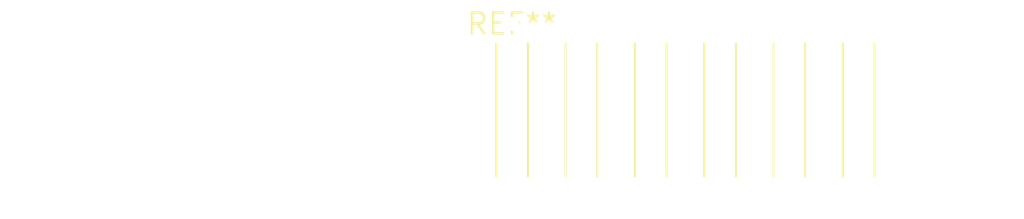
<source format=kicad_pcb>
(kicad_pcb (version 20240108) (generator pcbnew)
  (layers (0 "F.Cu" signal) (31 "B.Cu" signal) (34 "B.Paste" user) (35 "F.Paste" user) (36 "B.SilkS" user "B.Silkscreen") (37 "F.SilkS" user "F.Silkscreen") (38 "B.Mask" user) (39 "F.Mask" user) (44 "Edge.Cuts" user))
  (net 0 "")
  (footprint "SolderWire-0.25sqmm_1x06_P4.2mm_D0.65mm_OD1.7mm_Relief" (layer "F.Cu") (at 0 0)
    (property "Reference" "REF**")
    (property "Value" "SolderWire-0.25sqmm_1x06_P4.2mm_D0.65mm_OD1.7mm_Relief")
    (fp_line (start -0.96 1.185) (end -0.96 9.24) (layer "F.SilkS") (stroke (width 0.12)))
    (fp_line (start 0.96 1.185) (end 0.96 9.24) (layer "F.SilkS") (stroke (width 0.12)))
    (fp_line (start 3.24 1.185) (end 3.24 9.24) (layer "F.SilkS") (stroke (width 0.12)))
    (fp_line (start 5.16 1.185) (end 5.16 9.24) (layer "F.SilkS") (stroke (width 0.12)))
    (fp_line (start 7.44 1.185) (end 7.44 9.24) (layer "F.SilkS") (stroke (width 0.12)))
    (fp_line (start 9.36 1.185) (end 9.36 9.24) (layer "F.SilkS") (stroke (width 0.12)))
    (fp_line (start 11.64 1.185) (end 11.64 9.24) (layer "F.SilkS") (stroke (width 0.12)))
    (fp_line (start 13.56 1.185) (end 13.56 9.24) (layer "F.SilkS") (stroke (width 0.12)))
    (fp_line (start 15.84 1.185) (end 15.84 9.24) (layer "F.SilkS") (stroke (width 0.12)))
    (fp_line (start 17.76 1.185) (end 17.76 9.24) (layer "F.SilkS") (stroke (width 0.12)))
    (fp_line (start 20.04 1.185) (end 20.04 9.24) (layer "F.SilkS") (stroke (width 0.12)))
    (fp_line (start 21.96 1.185) (end 21.96 9.24) (layer "F.SilkS") (stroke (width 0.12)))
    (pad "" np_thru_hole circle (at 0 10.2) (size 2.2 2.2) (drill 2.2) (layers *.Cu *.Mask))
    (pad "" np_thru_hole circle (at 4.2 10.2) (size 2.2 2.2) (drill 2.2) (layers *.Cu *.Mask))
    (pad "" np_thru_hole circle (at 8.4 10.2) (size 2.2 2.2) (drill 2.2) (layers *.Cu *.Mask))
    (pad "" np_thru_hole circle (at 12.6 10.2) (size 2.2 2.2) (drill 2.2) (layers *.Cu *.Mask))
    (pad "" np_thru_hole circle (at 16.8 10.2) (size 2.2 2.2) (drill 2.2) (layers *.Cu *.Mask))
    (pad "" np_thru_hole circle (at 21 10.2) (size 2.2 2.2) (drill 2.2) (layers *.Cu *.Mask))
    (pad "1" thru_hole roundrect (at 0 0) (size 1.85 1.85) (drill 0.85) (layers *.Cu *.Mask) (remove_unused_layers) (roundrect_rratio 0.135135))
    (pad "2" thru_hole circle (at 4.2 0) (size 1.85 1.85) (drill 0.85) (layers *.Cu *.Mask) (remove_unused_layers))
    (pad "3" thru_hole circle (at 8.4 0) (size 1.85 1.85) (drill 0.85) (layers *.Cu *.Mask) (remove_unused_layers))
    (pad "4" thru_hole circle (at 12.6 0) (size 1.85 1.85) (drill 0.85) (layers *.Cu *.Mask) (remove_unused_layers))
    (pad "5" thru_hole circle (at 16.8 0) (size 1.85 1.85) (drill 0.85) (layers *.Cu *.Mask) (remove_unused_layers))
    (pad "6" thru_hole circle (at 21 0) (size 1.85 1.85) (drill 0.85) (layers *.Cu *.Mask) (remove_unused_layers))
  )
)
</source>
